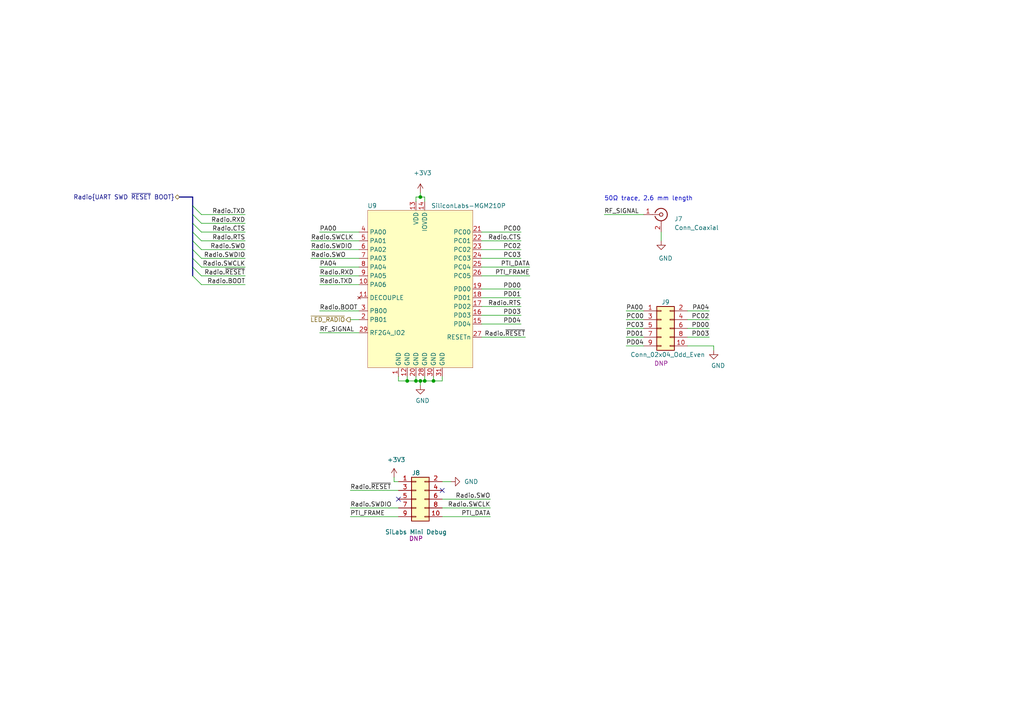
<source format=kicad_sch>
(kicad_sch (version 20210126) (generator eeschema)
  (paper "A4")
  (title_block (title "802.15.4 Radio (Zigbee/Thread)") (date "2021-01-12") (rev "0.1") (company "Nabu Casa") (comment 1 "www.nabucasa.com") (comment 2 "Light Blue"))
  (lib_symbols
    (symbol "Connector:Conn_Coaxial" (pin_names (offset 1.016) hide)
      (property "Reference" "J" (at 0.254 3.048 0))
      (property "Value" "Conn_Coaxial" (at 2.921 0 90))
      (symbol "Conn_Coaxial_0_1"
        (arc (start -1.778 0.508) (end 1.778 0) (radius (at -0.0508 0) (length 1.8034) (angles 163.6 0)) (stroke (width 0.254)))
        (arc (start 1.778 0) (end -1.778 -0.508) (radius (at -0.0254 0) (length 1.8034) (angles 0 -163.8)) (stroke (width 0.254)))
        (circle (center 0 0) (radius 0.508) (stroke (width 0.2032)))
        (polyline (pts (xy -2.54 0) (xy -0.508 0)))
        (polyline (pts (xy 0 -2.54) (xy 0 -1.778)))
      )
      (symbol "Conn_Coaxial_1_1"
        (pin passive line (at -5.08 0 0) (length 2.54) (name "In") (number "1"))
        (pin passive line (at 0 -5.08 90) (length 2.54) (name "Ext") (number "2"))
      )
    )
    (symbol "Connector_Generic:Conn_02x05_Odd_Even" (pin_names (offset 1.016) hide)
      (property "Reference" "J" (at 1.27 7.62 0))
      (property "Value" "Conn_02x05_Odd_Even" (at 1.27 -7.62 0))
      (symbol "Conn_02x05_Odd_Even_1_1"
        (rectangle (start -1.27 -4.953) (end 0 -5.207) (stroke (width 0.1524)))
        (rectangle (start -1.27 -2.413) (end 0 -2.667) (stroke (width 0.1524)))
        (rectangle (start -1.27 2.667) (end 0 2.413) (stroke (width 0.1524)))
        (rectangle (start -1.27 5.207) (end 0 4.953) (stroke (width 0.1524)))
        (rectangle (start -1.27 6.35) (end 3.81 -6.35) (stroke (width 0.254)) (fill (type background)))
        (rectangle (start -1.27 0.127) (end 0 -0.127) (stroke (width 0.1524)))
        (rectangle (start 3.81 -4.953) (end 2.54 -5.207) (stroke (width 0.1524)))
        (rectangle (start 3.81 -2.413) (end 2.54 -2.667) (stroke (width 0.1524)))
        (rectangle (start 3.81 2.667) (end 2.54 2.413) (stroke (width 0.1524)))
        (rectangle (start 3.81 5.207) (end 2.54 4.953) (stroke (width 0.1524)))
        (rectangle (start 3.81 0.127) (end 2.54 -0.127) (stroke (width 0.1524)))
        (pin passive line (at -5.08 5.08 0) (length 3.81) (name "Pin_1") (number "1"))
        (pin passive line (at 7.62 -5.08 180) (length 3.81) (name "Pin_10") (number "10"))
        (pin passive line (at 7.62 5.08 180) (length 3.81) (name "Pin_2") (number "2"))
        (pin passive line (at -5.08 2.54 0) (length 3.81) (name "Pin_3") (number "3"))
        (pin passive line (at 7.62 2.54 180) (length 3.81) (name "Pin_4") (number "4"))
        (pin passive line (at -5.08 0 0) (length 3.81) (name "Pin_5") (number "5"))
        (pin passive line (at 7.62 0 180) (length 3.81) (name "Pin_6") (number "6"))
        (pin passive line (at -5.08 -2.54 0) (length 3.81) (name "Pin_7") (number "7"))
        (pin passive line (at 7.62 -2.54 180) (length 3.81) (name "Pin_8") (number "8"))
        (pin passive line (at -5.08 -5.08 0) (length 3.81) (name "Pin_9") (number "9"))
      )
    )
    (symbol "LightBlue:SiliconLabs-MGM210P"
      (property "Reference" "U" (at -13.97 24.13 0))
      (property "Value" "SiliconLabs-MGM210P" (at 19.05 -25.4 0))
      (symbol "SiliconLabs-MGM210P_0_1"
        (rectangle (start -15.24 22.86) (end 15.24 -22.86) (stroke (width 0.001)) (fill (type background)))
      )
      (symbol "SiliconLabs-MGM210P_1_1"
        (pin power_in line (at -6.35 -25.4 90) (length 2.54) (name "GND") (number "1"))
        (pin power_in line (at -3.81 -25.4 90) (length 2.54) (name "GND") (number "12"))
        (pin power_in line (at -1.27 -25.4 90) (length 2.54) (name "GND") (number "20"))
        (pin power_in line (at 1.27 -25.4 90) (length 2.54) (name "GND") (number "28"))
        (pin power_in line (at 3.81 -25.4 90) (length 2.54) (name "GND") (number "30"))
        (pin power_in line (at 6.35 -25.4 90) (length 2.54) (name "GND") (number "31"))
        (pin power_in line (at -1.27 25.4 270) (length 2.54) (name "VDD") (number "13"))
        (pin power_in line (at 1.27 25.4 270) (length 2.54) (name "IOVDD") (number "14"))
        (pin bidirectional line (at -17.78 16.51 0) (length 2.54) (name "PA00") (number "4"))
        (pin bidirectional line (at -17.78 13.97 0) (length 2.54) (name "PA01") (number "5"))
        (pin bidirectional line (at -17.78 11.43 0) (length 2.54) (name "PA02") (number "6"))
        (pin bidirectional line (at -17.78 8.89 0) (length 2.54) (name "PA03") (number "7"))
        (pin bidirectional line (at -17.78 6.35 0) (length 2.54) (name "PA04") (number "8"))
        (pin bidirectional line (at -17.78 3.81 0) (length 2.54) (name "PA05") (number "9"))
        (pin bidirectional line (at -17.78 1.27 0) (length 2.54) (name "PA06") (number "10"))
        (pin no_connect line (at -17.78 -2.54 0) (length 2.54) (name "DECOUPLE") (number "11"))
        (pin bidirectional line (at -17.78 -6.35 0) (length 2.54) (name "PB00") (number "3"))
        (pin bidirectional line (at -17.78 -8.89 0) (length 2.54) (name "PB01") (number "2"))
        (pin bidirectional line (at 17.78 16.51 180) (length 2.54) (name "PC00") (number "21"))
        (pin bidirectional line (at 17.78 13.97 180) (length 2.54) (name "PC01") (number "22"))
        (pin bidirectional line (at 17.78 11.43 180) (length 2.54) (name "PC02") (number "23"))
        (pin bidirectional line (at 17.78 8.89 180) (length 2.54) (name "PC03") (number "24"))
        (pin bidirectional line (at 17.78 6.35 180) (length 2.54) (name "PC04") (number "25"))
        (pin bidirectional line (at 17.78 3.81 180) (length 2.54) (name "PC05") (number "26"))
        (pin bidirectional line (at 17.78 -13.97 180) (length 2.54) (name "RESETn") (number "27"))
        (pin input line (at -17.78 -12.7 0) (length 2.54) (name "RF2G4_IO2") (number "29"))
        (pin bidirectional line (at 17.78 0 180) (length 2.54) (name "PD00") (number "19"))
        (pin bidirectional line (at 17.78 -2.54 180) (length 2.54) (name "PD01") (number "18"))
        (pin bidirectional line (at 17.78 -5.08 180) (length 2.54) (name "PD02") (number "17"))
        (pin bidirectional line (at 17.78 -7.62 180) (length 2.54) (name "PD03") (number "16"))
        (pin bidirectional line (at 17.78 -10.16 180) (length 2.54) (name "PD04") (number "15"))
      )
    )
    (symbol "power:+3V3" (power) (pin_names (offset 0))
      (property "Value" "+3V3" (at 0 3.556 0))
      (symbol "+3V3_0_1"
        (polyline (pts (xy -0.762 1.27) (xy 0 2.54)))
        (polyline (pts (xy 0 0) (xy 0 2.54)))
        (polyline (pts (xy 0 2.54) (xy 0.762 1.27)))
      )
      (symbol "+3V3_1_1"
        (pin power_in line (at 0 0 90) (length 0) hide (name "+3V3") (number "1"))
      )
    )
    (symbol "power:GND" (power) (pin_names (offset 0))
      (property "Value" "GND" (at 0 -3.81 0))
      (symbol "GND_0_1"
        (polyline (pts (xy 0 0) (xy 0 -1.27) (xy 1.27 -1.27) (xy 0 -2.54) (xy -1.27 -1.27) (xy 0 -1.27)))
      )
      (symbol "GND_1_1"
        (pin power_in line (at 0 0 270) (length 0) hide (name "GND") (number "1"))
      )
    )
  )
  (bus_alias "SWD" (members "SWDIO" "SWCLK" "SWO"))
  (junction (at 118.11 110.49) (diameter 0.9144))
  (junction (at 120.65 110.49) (diameter 0.9144))
  (junction (at 121.92 57.15) (diameter 0.9144))
  (junction (at 121.92 110.49) (diameter 0.9144))
  (junction (at 123.19 110.49) (diameter 0.9144))
  (junction (at 125.73 110.49) (diameter 0.9144))
  (no_connect (at 115.57 144.78))
  (no_connect (at 128.27 142.24))
  (bus_entry (at 55.88 59.69) (size 2.54 2.54) (stroke (width 0.1524)))
  (bus_entry (at 55.88 62.23) (size 2.54 2.54) (stroke (width 0.1524)))
  (bus_entry (at 55.88 64.77) (size 2.54 2.54) (stroke (width 0.1524)))
  (bus_entry (at 55.88 67.31) (size 2.54 2.54) (stroke (width 0.1524)))
  (bus_entry (at 55.88 69.85) (size 2.54 2.54) (stroke (width 0.1524)))
  (bus_entry (at 55.88 72.39) (size 2.54 2.54) (stroke (width 0.1524)))
  (bus_entry (at 55.88 74.93) (size 2.54 2.54) (stroke (width 0.1524)))
  (bus_entry (at 55.88 77.47) (size 2.54 2.54) (stroke (width 0.1524)))
  (bus_entry (at 55.88 80.01) (size 2.54 2.54) (stroke (width 0.1524)))
  (wire (pts (xy 58.42 62.23) (xy 71.12 62.23)))
  (wire (pts (xy 58.42 64.77) (xy 71.12 64.77)))
  (wire (pts (xy 58.42 67.31) (xy 71.12 67.31)))
  (wire (pts (xy 58.42 69.85) (xy 71.12 69.85)))
  (wire (pts (xy 58.42 72.39) (xy 71.12 72.39)))
  (wire (pts (xy 58.42 74.93) (xy 71.12 74.93)))
  (wire (pts (xy 58.42 77.47) (xy 71.12 77.47)))
  (wire (pts (xy 58.42 80.01) (xy 71.12 80.01)))
  (wire (pts (xy 58.42 82.55) (xy 71.12 82.55)))
  (wire (pts (xy 90.17 69.85) (xy 104.14 69.85)))
  (wire (pts (xy 90.17 72.39) (xy 104.14 72.39)))
  (wire (pts (xy 90.17 74.93) (xy 104.14 74.93)))
  (wire (pts (xy 92.71 80.01) (xy 104.14 80.01)))
  (wire (pts (xy 92.71 82.55) (xy 104.14 82.55)))
  (wire (pts (xy 92.71 90.17) (xy 104.14 90.17)))
  (wire (pts (xy 92.71 96.52) (xy 104.14 96.52)))
  (wire (pts (xy 101.6 92.71) (xy 104.14 92.71)))
  (wire (pts (xy 101.6 142.24) (xy 115.57 142.24)))
  (wire (pts (xy 101.6 147.32) (xy 115.57 147.32)))
  (wire (pts (xy 101.6 149.86) (xy 115.57 149.86)))
  (wire (pts (xy 104.14 67.31) (xy 92.71 67.31)))
  (wire (pts (xy 104.14 77.47) (xy 92.71 77.47)))
  (wire (pts (xy 114.3 138.43) (xy 114.3 139.7)))
  (wire (pts (xy 114.3 139.7) (xy 115.57 139.7)))
  (wire (pts (xy 115.57 110.49) (xy 115.57 109.22)))
  (wire (pts (xy 118.11 109.22) (xy 118.11 110.49)))
  (wire (pts (xy 118.11 110.49) (xy 115.57 110.49)))
  (wire (pts (xy 120.65 57.15) (xy 120.65 58.42)))
  (wire (pts (xy 120.65 109.22) (xy 120.65 110.49)))
  (wire (pts (xy 120.65 110.49) (xy 118.11 110.49)))
  (wire (pts (xy 121.92 55.88) (xy 121.92 57.15)))
  (wire (pts (xy 121.92 57.15) (xy 120.65 57.15)))
  (wire (pts (xy 121.92 57.15) (xy 123.19 57.15)))
  (wire (pts (xy 121.92 110.49) (xy 120.65 110.49)))
  (wire (pts (xy 121.92 110.49) (xy 123.19 110.49)))
  (wire (pts (xy 121.92 111.76) (xy 121.92 110.49)))
  (wire (pts (xy 123.19 57.15) (xy 123.19 58.42)))
  (wire (pts (xy 123.19 110.49) (xy 123.19 109.22)))
  (wire (pts (xy 123.19 110.49) (xy 125.73 110.49)))
  (wire (pts (xy 125.73 110.49) (xy 125.73 109.22)))
  (wire (pts (xy 125.73 110.49) (xy 128.27 110.49)))
  (wire (pts (xy 128.27 110.49) (xy 128.27 109.22)))
  (wire (pts (xy 128.27 139.7) (xy 130.81 139.7)))
  (wire (pts (xy 139.7 67.31) (xy 151.13 67.31)))
  (wire (pts (xy 139.7 69.85) (xy 151.13 69.85)))
  (wire (pts (xy 139.7 72.39) (xy 151.13 72.39)))
  (wire (pts (xy 139.7 74.93) (xy 151.13 74.93)))
  (wire (pts (xy 139.7 83.82) (xy 151.13 83.82)))
  (wire (pts (xy 139.7 86.36) (xy 151.13 86.36)))
  (wire (pts (xy 139.7 88.9) (xy 151.13 88.9)))
  (wire (pts (xy 139.7 91.44) (xy 151.13 91.44)))
  (wire (pts (xy 139.7 93.98) (xy 151.13 93.98)))
  (wire (pts (xy 139.7 97.79) (xy 152.4 97.79)))
  (wire (pts (xy 142.24 144.78) (xy 128.27 144.78)))
  (wire (pts (xy 142.24 147.32) (xy 128.27 147.32)))
  (wire (pts (xy 142.24 149.86) (xy 128.27 149.86)))
  (wire (pts (xy 153.67 77.47) (xy 139.7 77.47)))
  (wire (pts (xy 153.67 80.01) (xy 139.7 80.01)))
  (wire (pts (xy 175.26 62.23) (xy 186.69 62.23)))
  (wire (pts (xy 181.61 90.17) (xy 186.69 90.17)))
  (wire (pts (xy 181.61 92.71) (xy 186.69 92.71)))
  (wire (pts (xy 181.61 95.25) (xy 186.69 95.25)))
  (wire (pts (xy 181.61 97.79) (xy 186.69 97.79)))
  (wire (pts (xy 181.61 100.33) (xy 186.69 100.33)))
  (wire (pts (xy 191.77 67.31) (xy 191.77 69.85)))
  (wire (pts (xy 205.74 90.17) (xy 199.39 90.17)))
  (wire (pts (xy 205.74 92.71) (xy 199.39 92.71)))
  (wire (pts (xy 205.74 95.25) (xy 199.39 95.25)))
  (wire (pts (xy 205.74 97.79) (xy 199.39 97.79)))
  (wire (pts (xy 207.01 100.33) (xy 199.39 100.33)))
  (wire (pts (xy 207.01 101.6) (xy 207.01 100.33)))
  (bus (pts (xy 52.07 57.15) (xy 55.88 57.15)))
  (bus (pts (xy 55.88 57.15) (xy 55.88 59.69)))
  (bus (pts (xy 55.88 59.69) (xy 55.88 62.23)))
  (bus (pts (xy 55.88 62.23) (xy 55.88 64.77)))
  (bus (pts (xy 55.88 64.77) (xy 55.88 67.31)))
  (bus (pts (xy 55.88 67.31) (xy 55.88 69.85)))
  (bus (pts (xy 55.88 69.85) (xy 55.88 72.39)))
  (bus (pts (xy 55.88 72.39) (xy 55.88 74.93)))
  (bus (pts (xy 55.88 74.93) (xy 55.88 77.47)))
  (bus (pts (xy 55.88 77.47) (xy 55.88 80.01)))
  (text "50Ω trace, 2.6 mm length" (at 175.26 58.42 0) (effects (font (size 1.27 1.27)) (justify left bottom)))
  (label "Radio.TXD" (at 71.12 62.23 180))
  (label "Radio.RXD" (at 71.12 64.77 180))
  (label "Radio.CTS" (at 71.12 67.31 180))
  (label "Radio.RTS" (at 71.12 69.85 180))
  (label "Radio.SWO" (at 71.12 72.39 180))
  (label "Radio.SWDIO" (at 71.12 74.93 180))
  (label "Radio.SWCLK" (at 71.12 77.47 180))
  (label "Radio.~RESET" (at 71.12 80.01 180))
  (label "Radio.BOOT" (at 71.12 82.55 180))
  (label "Radio.SWCLK" (at 90.17 69.85 0))
  (label "Radio.SWDIO" (at 90.17 72.39 0))
  (label "Radio.SWO" (at 90.17 74.93 0))
  (label "PA00" (at 92.71 67.31 0))
  (label "PA04" (at 92.71 77.47 0))
  (label "Radio.RXD" (at 92.71 80.01 0))
  (label "Radio.TXD" (at 92.71 82.55 0))
  (label "Radio.BOOT" (at 92.71 90.17 0))
  (label "RF_SIGNAL" (at 92.71 96.52 0))
  (label "Radio.~RESET" (at 101.6 142.24 0))
  (label "Radio.SWDIO" (at 101.6 147.32 0))
  (label "PTI_FRAME" (at 101.6 149.86 0))
  (label "Radio.SWO" (at 142.24 144.78 180))
  (label "Radio.SWCLK" (at 142.24 147.32 180))
  (label "PTI_DATA" (at 142.24 149.86 180))
  (label "PC00" (at 151.13 67.31 180))
  (label "Radio.CTS" (at 151.13 69.85 180))
  (label "PC02" (at 151.13 72.39 180))
  (label "PC03" (at 151.13 74.93 180))
  (label "PD00" (at 151.13 83.82 180))
  (label "PD01" (at 151.13 86.36 180))
  (label "Radio.RTS" (at 151.13 88.9 180))
  (label "PD03" (at 151.13 91.44 180))
  (label "PD04" (at 151.13 93.98 180))
  (label "Radio.~RESET" (at 152.4 97.79 180))
  (label "PTI_DATA" (at 153.67 77.47 180))
  (label "PTI_FRAME" (at 153.67 80.01 180))
  (label "RF_SIGNAL" (at 175.26 62.23 0))
  (label "PA00" (at 181.61 90.17 0))
  (label "PC00" (at 181.61 92.71 0))
  (label "PC03" (at 181.61 95.25 0))
  (label "PD01" (at 181.61 97.79 0))
  (label "PD04" (at 181.61 100.33 0))
  (label "PA04" (at 205.74 90.17 180))
  (label "PC02" (at 205.74 92.71 180))
  (label "PD00" (at 205.74 95.25 180))
  (label "PD03" (at 205.74 97.79 180))
  (hierarchical_label "Radio{UART SWD ~RESET BOOT}" (shape bidirectional) (at 52.07 57.15 180))
  (hierarchical_label "~LED_RADIO" (shape output) (at 101.6 92.71 180))
  (symbol (lib_id "power:+3V3") (at 114.3 138.43 0) (unit 1)
    (property "Reference" "#PWR0152" (effects hide))
    (property "Value" "+3V3" (at 114.935 133.35 0))
  )
  (symbol (lib_id "power:+3V3") (at 121.92 55.88 0) (unit 1)
    (property "Reference" "#PWR0154" (effects hide))
    (property "Value" "+3V3" (at 122.555 50.165 0))
  )
  (symbol (lib_id "power:GND") (at 121.92 111.76 0) (unit 1)
    (property "Reference" "#PWR0151" (effects hide))
    (property "Value" "GND" (at 122.555 116.205 0))
  )
  (symbol (lib_id "power:GND") (at 130.81 139.7 90) (unit 1)
    (property "Reference" "#PWR0153" (effects hide))
    (property "Value" "GND" (at 134.62 139.7 90) (effects (justify right)))
  )
  (symbol (lib_id "power:GND") (at 191.77 69.85 0) (unit 1)
    (property "Reference" "#PWR0156" (effects hide))
    (property "Value" "GND" (at 193.04 74.93 0))
  )
  (symbol (lib_id "power:GND") (at 207.01 101.6 0) (unit 1)
    (property "Reference" "#PWR0155" (effects hide))
    (property "Value" "GND" (at 208.28 106.045 0))
  )
  (symbol (lib_id "Connector:Conn_Coaxial") (at 191.77 62.23 0) (unit 1)
    (property "Reference" "J7" (at 195.58 63.5 0) (effects (justify left)))
    (property "Value" "Conn_Coaxial" (at 195.58 66.04 0) (effects (justify left)))
    (property "Footprint" "Connector_Coaxial:U.FL_Hirose_U.FL-R-SMT-1_Vertical" (effects hide))
    (property "Datasheet" " ~" (effects hide))
    (property "Manufacturer" "Linx Technologies" (effects hide))
    (property "PartNumber" "CONUFL001-SMD-T" (effects hide))
  )
  (symbol (lib_id "Connector_Generic:Conn_02x05_Odd_Even") (at 120.65 144.78 0) (unit 1)
    (property "Reference" "J8" (at 120.65 137.16 0))
    (property "Value" "SiLabs Mini Debug" (at 120.65 154.305 0))
    (property "Footprint" "Connector_PinHeader_1.27mm:PinHeader_2x05_P1.27mm_Vertical" (effects hide))
    (property "Config" "DNP" (at 120.65 156.21 0))
  )
  (symbol (lib_id "Connector_Generic:Conn_02x05_Odd_Even") (at 191.77 95.25 0) (unit 1)
    (property "Reference" "J9" (at 193.04 87.63 0))
    (property "Value" "Conn_02x04_Odd_Even" (at 193.675 102.87 0))
    (property "Footprint" "Connector_PinHeader_1.27mm:PinHeader_2x05_P1.27mm_Vertical" (effects hide))
    (property "Config" "DNP" (at 191.77 105.41 0))
    (property "Manufacturer" "Adam Tech" (effects hide))
    (property "PartNumber" "PH2-08-UA" (effects hide))
  )
  (symbol (lib_id "LightBlue:SiliconLabs-MGM210P") (at 121.92 83.82 0) (unit 1)
    (property "Reference" "U9" (at 107.95 59.69 0))
    (property "Value" "SiliconLabs-MGM210P" (at 135.89 59.69 0))
    (property "Footprint" "LightBlue:SiliconLabs_MGM210P" (effects hide))
    (property "Datasheet" "https://www.silabs.com/documents/public/data-sheets/mgm210p-datasheet.pdf" (effects hide))
    (property "Manufacturer" "Silicon Laboratories" (effects hide))
    (property "PartNumber" "MGM210PB32JIA2" (effects hide))
  )
)
</source>
